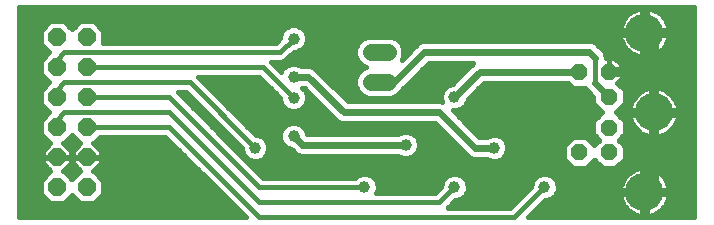
<source format=gbl>
G75*
%MOIN*%
%OFA0B0*%
%FSLAX24Y24*%
%IPPOS*%
%LPD*%
%AMOC8*
5,1,8,0,0,1.08239X$1,22.5*
%
%ADD10OC8,0.0554*%
%ADD11C,0.1266*%
%ADD12OC8,0.0600*%
%ADD13C,0.0560*%
%ADD14C,0.0396*%
%ADD15C,0.0240*%
%ADD16C,0.0160*%
%ADD17C,0.0320*%
D10*
X021919Y002761D03*
X022904Y002761D03*
X022904Y003588D03*
X022904Y004612D03*
X022904Y005439D03*
X021919Y005439D03*
D11*
X024085Y006757D03*
X024400Y004100D03*
X024085Y001443D03*
D12*
X005500Y001600D03*
X004500Y001600D03*
X004500Y002600D03*
X005500Y002600D03*
X005500Y003600D03*
X004500Y003600D03*
X004500Y004600D03*
X005500Y004600D03*
X005500Y005600D03*
X004500Y005600D03*
X004500Y006600D03*
X005500Y006600D03*
D13*
X014970Y006100D02*
X015530Y006100D01*
X015530Y005100D02*
X014970Y005100D01*
D14*
X012388Y005277D03*
X012388Y004588D03*
X012388Y003309D03*
X011108Y002915D03*
X014750Y001600D03*
X017750Y001600D03*
X020750Y001600D03*
X019081Y002915D03*
X016128Y003013D03*
X017750Y004600D03*
X012388Y006557D03*
D15*
X012388Y005277D02*
X012880Y005277D01*
X014057Y004100D01*
X017250Y004100D01*
X018435Y002915D01*
X019081Y002915D01*
X016128Y003013D02*
X012683Y003013D01*
X012388Y003309D01*
X017750Y004600D02*
X018589Y005439D01*
X021919Y005439D01*
X022427Y005080D02*
X022896Y004612D01*
X022904Y004612D01*
X022427Y005923D02*
X022250Y006100D01*
X016750Y006100D01*
X015750Y005100D01*
X015250Y005100D01*
D16*
X003250Y007600D02*
X003250Y000600D01*
X010797Y000600D01*
X008117Y003280D01*
X005944Y003280D01*
X005724Y003060D01*
X005719Y003060D01*
X005980Y002799D01*
X005980Y002620D01*
X005520Y002620D01*
X005520Y002580D01*
X005980Y002580D01*
X005980Y002401D01*
X005719Y002140D01*
X005724Y002140D01*
X006040Y001824D01*
X006040Y001376D01*
X005724Y001060D01*
X005276Y001060D01*
X005000Y001336D01*
X004724Y001060D01*
X004276Y001060D01*
X003960Y001376D01*
X003960Y001824D01*
X004276Y002140D01*
X004281Y002140D01*
X004020Y002401D01*
X004020Y002580D01*
X004480Y002580D01*
X004480Y002620D01*
X004020Y002620D01*
X004020Y002799D01*
X004281Y003060D01*
X004276Y003060D01*
X003960Y003376D01*
X003960Y003824D01*
X004236Y004100D01*
X003960Y004376D01*
X003960Y004824D01*
X004236Y005100D01*
X003960Y005376D01*
X003960Y005824D01*
X004236Y006100D01*
X003960Y006376D01*
X003960Y006824D01*
X004276Y007140D01*
X004724Y007140D01*
X005000Y006864D01*
X005276Y007140D01*
X005724Y007140D01*
X006040Y006824D01*
X006040Y006420D01*
X011799Y006420D01*
X011950Y006571D01*
X011950Y006644D01*
X012016Y006805D01*
X012140Y006928D01*
X012301Y006995D01*
X012475Y006995D01*
X012636Y006928D01*
X012759Y006805D01*
X012826Y006644D01*
X012826Y006470D01*
X012759Y006309D01*
X012636Y006185D01*
X012475Y006119D01*
X012402Y006119D01*
X012112Y005829D01*
X011995Y005780D01*
X011649Y005780D01*
X011983Y005445D01*
X012016Y005525D01*
X011904Y005525D01*
X012016Y005525D02*
X012140Y005649D01*
X012301Y005715D01*
X012475Y005715D01*
X012636Y005649D01*
X012647Y005637D01*
X012952Y005637D01*
X013084Y005582D01*
X013185Y005481D01*
X014206Y004460D01*
X017322Y004460D01*
X017336Y004454D01*
X017312Y004513D01*
X017312Y004687D01*
X017379Y004848D01*
X017502Y004971D01*
X017663Y005038D01*
X017679Y005038D01*
X018381Y005740D01*
X016899Y005740D01*
X016055Y004896D01*
X015975Y004816D01*
X015971Y004805D01*
X015825Y004659D01*
X015633Y004580D01*
X014867Y004580D01*
X014675Y004659D01*
X014529Y004805D01*
X014450Y004997D01*
X014450Y005203D01*
X014529Y005395D01*
X014675Y005541D01*
X014818Y005600D01*
X014675Y005659D01*
X014529Y005805D01*
X014450Y005997D01*
X014450Y006203D01*
X014529Y006395D01*
X014675Y006541D01*
X014867Y006620D01*
X015633Y006620D01*
X015825Y006541D01*
X015971Y006395D01*
X016050Y006203D01*
X016050Y005997D01*
X015988Y005847D01*
X016546Y006405D01*
X016678Y006460D01*
X022322Y006460D01*
X022454Y006405D01*
X022555Y006304D01*
X022732Y006127D01*
X022787Y005994D01*
X022787Y005896D01*
X022895Y005896D01*
X022895Y005447D01*
X022912Y005447D01*
X023361Y005447D01*
X023361Y005628D01*
X023093Y005896D01*
X022912Y005896D01*
X022912Y005447D01*
X022912Y005430D01*
X023361Y005430D01*
X023361Y005249D01*
X023179Y005068D01*
X023421Y004826D01*
X023421Y004398D01*
X023123Y004100D01*
X023421Y003802D01*
X023421Y003374D01*
X023222Y003175D01*
X023421Y002976D01*
X023421Y002547D01*
X023118Y002244D01*
X022689Y002244D01*
X022411Y002522D01*
X022134Y002244D01*
X021705Y002244D01*
X021402Y002547D01*
X021402Y002976D01*
X021705Y003279D01*
X022134Y003279D01*
X022411Y003001D01*
X022586Y003175D01*
X022386Y003374D01*
X022386Y003802D01*
X022684Y004100D01*
X022386Y004398D01*
X022386Y004612D01*
X022122Y004876D01*
X022103Y004921D01*
X021705Y004921D01*
X021548Y005079D01*
X018738Y005079D01*
X018188Y004529D01*
X018188Y004513D01*
X018121Y004352D01*
X017998Y004229D01*
X017837Y004162D01*
X017697Y004162D01*
X018584Y003275D01*
X018821Y003275D01*
X018833Y003286D01*
X018994Y003353D01*
X019168Y003353D01*
X019329Y003286D01*
X019452Y003163D01*
X019519Y003002D01*
X019519Y002828D01*
X019452Y002667D01*
X019329Y002544D01*
X019168Y002477D01*
X018994Y002477D01*
X018833Y002544D01*
X018821Y002555D01*
X018363Y002555D01*
X018231Y002610D01*
X017101Y003740D01*
X013985Y003740D01*
X013853Y003795D01*
X012731Y004917D01*
X012678Y004917D01*
X012759Y004836D01*
X012826Y004675D01*
X012826Y004501D01*
X012759Y004340D01*
X012636Y004217D01*
X012475Y004150D01*
X012301Y004150D01*
X012140Y004217D01*
X012016Y004340D01*
X011950Y004501D01*
X011950Y004574D01*
X011243Y005280D01*
X009196Y005280D01*
X011123Y003353D01*
X011195Y003353D01*
X011356Y003286D01*
X011480Y003163D01*
X011546Y003002D01*
X011546Y002828D01*
X011480Y002667D01*
X011356Y002544D01*
X011195Y002477D01*
X011021Y002477D01*
X010860Y002544D01*
X010737Y002667D01*
X010670Y002828D01*
X010670Y002901D01*
X008791Y004780D01*
X008523Y004780D01*
X011383Y001920D01*
X014450Y001920D01*
X014502Y001971D01*
X014663Y002038D01*
X014837Y002038D01*
X014998Y001971D01*
X015121Y001848D01*
X015188Y001687D01*
X015188Y001513D01*
X015150Y001420D01*
X017117Y001420D01*
X017312Y001614D01*
X017312Y001687D01*
X017379Y001848D01*
X017502Y001971D01*
X017663Y002038D01*
X017837Y002038D01*
X017998Y001971D01*
X018121Y001848D01*
X018188Y001687D01*
X018188Y001513D01*
X018121Y001352D01*
X017998Y001229D01*
X017837Y001162D01*
X017764Y001162D01*
X017523Y000920D01*
X019617Y000920D01*
X020312Y001614D01*
X020312Y001687D01*
X020379Y001848D01*
X020502Y001971D01*
X020663Y002038D01*
X020837Y002038D01*
X020998Y001971D01*
X021121Y001848D01*
X021188Y001687D01*
X021188Y001513D01*
X021121Y001352D01*
X020998Y001229D01*
X020837Y001162D01*
X020764Y001162D01*
X020203Y000600D01*
X025750Y000600D01*
X025750Y007600D01*
X003250Y007600D01*
X003250Y007586D02*
X025750Y007586D01*
X025750Y007427D02*
X024548Y007427D01*
X024537Y007435D02*
X024445Y007488D01*
X024347Y007529D01*
X024244Y007557D01*
X024165Y007567D01*
X024165Y006837D01*
X024894Y006837D01*
X024884Y006916D01*
X024856Y007019D01*
X024815Y007118D01*
X024762Y007210D01*
X024697Y007295D01*
X024622Y007370D01*
X024537Y007435D01*
X024165Y007427D02*
X024005Y007427D01*
X024005Y007567D02*
X023926Y007557D01*
X023823Y007529D01*
X023724Y007488D01*
X023632Y007435D01*
X023547Y007370D01*
X023472Y007295D01*
X023407Y007210D01*
X023354Y007118D01*
X023313Y007019D01*
X023285Y006916D01*
X023275Y006837D01*
X024005Y006837D01*
X024005Y006677D01*
X024165Y006677D01*
X024165Y006837D01*
X024005Y006837D01*
X024005Y007567D01*
X023622Y007427D02*
X003250Y007427D01*
X003250Y007269D02*
X023452Y007269D01*
X023351Y007110D02*
X005754Y007110D01*
X005912Y006952D02*
X012196Y006952D01*
X012011Y006793D02*
X006040Y006793D01*
X006040Y006635D02*
X011950Y006635D01*
X011855Y006476D02*
X006040Y006476D01*
X004750Y006100D02*
X011931Y006100D01*
X012388Y006557D01*
X012826Y006635D02*
X023281Y006635D01*
X023285Y006599D02*
X023275Y006677D01*
X024005Y006677D01*
X024005Y005948D01*
X023926Y005958D01*
X023823Y005986D01*
X023724Y006027D01*
X023632Y006080D01*
X023547Y006145D01*
X023472Y006220D01*
X023407Y006305D01*
X023354Y006397D01*
X023313Y006496D01*
X023285Y006599D01*
X023321Y006476D02*
X015889Y006476D01*
X016003Y006318D02*
X016458Y006318D01*
X016300Y006159D02*
X016050Y006159D01*
X016050Y006001D02*
X016141Y006001D01*
X016843Y005684D02*
X018324Y005684D01*
X018166Y005525D02*
X016684Y005525D01*
X016526Y005367D02*
X018007Y005367D01*
X017849Y005208D02*
X016367Y005208D01*
X016209Y005050D02*
X017690Y005050D01*
X017421Y004891D02*
X016050Y004891D01*
X015898Y004733D02*
X017331Y004733D01*
X017312Y004574D02*
X014092Y004574D01*
X013934Y004733D02*
X014602Y004733D01*
X014494Y004891D02*
X013775Y004891D01*
X013617Y005050D02*
X014450Y005050D01*
X014452Y005208D02*
X013458Y005208D01*
X013300Y005367D02*
X014518Y005367D01*
X014660Y005525D02*
X013141Y005525D01*
X012552Y005684D02*
X014651Y005684D01*
X014514Y005842D02*
X012126Y005842D01*
X012224Y005684D02*
X011745Y005684D01*
X011376Y005600D02*
X012388Y004588D01*
X012826Y004574D02*
X013074Y004574D01*
X013232Y004416D02*
X012790Y004416D01*
X012676Y004257D02*
X013391Y004257D01*
X013549Y004099D02*
X010377Y004099D01*
X010219Y004257D02*
X012099Y004257D01*
X011985Y004416D02*
X010060Y004416D01*
X009902Y004574D02*
X011949Y004574D01*
X011791Y004733D02*
X009743Y004733D01*
X009585Y004891D02*
X011632Y004891D01*
X011474Y005050D02*
X009426Y005050D01*
X009268Y005208D02*
X011315Y005208D01*
X011376Y005600D02*
X005500Y005600D01*
X004750Y006100D02*
X004500Y005850D01*
X004500Y005600D01*
X003960Y005525D02*
X003250Y005525D01*
X003250Y005367D02*
X003970Y005367D01*
X004128Y005208D02*
X003250Y005208D01*
X003250Y005050D02*
X004186Y005050D01*
X004027Y004891D02*
X003250Y004891D01*
X003250Y004733D02*
X003960Y004733D01*
X003960Y004574D02*
X003250Y004574D01*
X003250Y004416D02*
X003960Y004416D01*
X004079Y004257D02*
X003250Y004257D01*
X003250Y004099D02*
X004235Y004099D01*
X004076Y003940D02*
X003250Y003940D01*
X003250Y003782D02*
X003960Y003782D01*
X003960Y003623D02*
X003250Y003623D01*
X003250Y003465D02*
X003960Y003465D01*
X004030Y003306D02*
X003250Y003306D01*
X003250Y003148D02*
X004189Y003148D01*
X004210Y002989D02*
X003250Y002989D01*
X003250Y002831D02*
X004052Y002831D01*
X004020Y002672D02*
X003250Y002672D01*
X003250Y002514D02*
X004020Y002514D01*
X004520Y002580D02*
X004520Y002620D01*
X004980Y002620D01*
X004980Y002799D01*
X004719Y003060D01*
X004724Y003060D01*
X005000Y003336D01*
X005276Y003060D01*
X005281Y003060D01*
X005020Y002799D01*
X005020Y002620D01*
X005480Y002620D01*
X005480Y002580D01*
X005020Y002580D01*
X005020Y002401D01*
X005281Y002140D01*
X005276Y002140D01*
X005000Y001864D01*
X004724Y002140D01*
X004719Y002140D01*
X004980Y002401D01*
X004980Y002580D01*
X004520Y002580D01*
X004980Y002514D02*
X005020Y002514D01*
X005020Y002672D02*
X004980Y002672D01*
X004948Y002831D02*
X005052Y002831D01*
X005210Y002989D02*
X004790Y002989D01*
X004811Y003148D02*
X005189Y003148D01*
X005030Y003306D02*
X004970Y003306D01*
X005811Y003148D02*
X008250Y003148D01*
X008408Y002989D02*
X005790Y002989D01*
X005948Y002831D02*
X008567Y002831D01*
X008725Y002672D02*
X005980Y002672D01*
X005980Y002514D02*
X008884Y002514D01*
X009042Y002355D02*
X005934Y002355D01*
X005775Y002197D02*
X009201Y002197D01*
X009359Y002038D02*
X005826Y002038D01*
X005984Y001880D02*
X009518Y001880D01*
X009676Y001721D02*
X006040Y001721D01*
X006040Y001563D02*
X009835Y001563D01*
X009993Y001404D02*
X006040Y001404D01*
X005909Y001246D02*
X010152Y001246D01*
X010310Y001087D02*
X005751Y001087D01*
X005249Y001087D02*
X004751Y001087D01*
X004909Y001246D02*
X005091Y001246D01*
X004249Y001087D02*
X003250Y001087D01*
X003250Y000929D02*
X010469Y000929D01*
X010627Y000770D02*
X003250Y000770D01*
X003250Y000612D02*
X010786Y000612D01*
X011250Y000600D02*
X019750Y000600D01*
X020750Y001600D01*
X021143Y001404D02*
X024005Y001404D01*
X024005Y001363D02*
X023275Y001363D01*
X023285Y001284D01*
X023313Y001181D01*
X023354Y001082D01*
X023407Y000990D01*
X023472Y000905D01*
X023547Y000830D01*
X023632Y000765D01*
X023724Y000712D01*
X023823Y000671D01*
X023926Y000643D01*
X024005Y000633D01*
X024005Y001363D01*
X024005Y001523D01*
X024005Y002252D01*
X023926Y002242D01*
X023823Y002214D01*
X023724Y002173D01*
X023632Y002120D01*
X023547Y002055D01*
X023472Y001980D01*
X023407Y001895D01*
X023354Y001803D01*
X023313Y001704D01*
X023285Y001601D01*
X023275Y001523D01*
X024005Y001523D01*
X024165Y001523D01*
X024165Y002252D01*
X024244Y002242D01*
X024347Y002214D01*
X024445Y002173D01*
X024537Y002120D01*
X024622Y002055D01*
X024697Y001980D01*
X024762Y001895D01*
X024815Y001803D01*
X024856Y001704D01*
X024884Y001601D01*
X024894Y001523D01*
X024165Y001523D01*
X024165Y001363D01*
X024894Y001363D01*
X024884Y001284D01*
X024856Y001181D01*
X024815Y001082D01*
X024762Y000990D01*
X024697Y000905D01*
X024622Y000830D01*
X024537Y000765D01*
X024445Y000712D01*
X024347Y000671D01*
X024244Y000643D01*
X024165Y000633D01*
X024165Y001363D01*
X024005Y001363D01*
X024005Y001246D02*
X024165Y001246D01*
X024165Y001404D02*
X025750Y001404D01*
X025750Y001246D02*
X024874Y001246D01*
X024817Y001087D02*
X025750Y001087D01*
X025750Y000929D02*
X024715Y000929D01*
X024544Y000770D02*
X025750Y000770D01*
X025750Y000612D02*
X020214Y000612D01*
X020373Y000770D02*
X023625Y000770D01*
X024005Y000770D02*
X024165Y000770D01*
X024165Y000929D02*
X024005Y000929D01*
X024005Y001087D02*
X024165Y001087D01*
X023454Y000929D02*
X020531Y000929D01*
X020690Y001087D02*
X023352Y001087D01*
X023296Y001246D02*
X021015Y001246D01*
X020101Y001404D02*
X018143Y001404D01*
X018188Y001563D02*
X020260Y001563D01*
X020326Y001721D02*
X018174Y001721D01*
X018090Y001880D02*
X020410Y001880D01*
X020663Y002038D02*
X017837Y002038D01*
X017663Y002038D02*
X014837Y002038D01*
X014663Y002038D02*
X011265Y002038D01*
X011106Y002197D02*
X023780Y002197D01*
X024005Y002197D02*
X024165Y002197D01*
X024389Y002197D02*
X025750Y002197D01*
X025750Y002355D02*
X023229Y002355D01*
X023387Y002514D02*
X025750Y002514D01*
X025750Y002672D02*
X023421Y002672D01*
X023421Y002831D02*
X025750Y002831D01*
X025750Y002989D02*
X023407Y002989D01*
X023249Y003148D02*
X025750Y003148D01*
X025750Y003306D02*
X024578Y003306D01*
X024559Y003301D02*
X024662Y003328D01*
X024760Y003369D01*
X024852Y003423D01*
X024937Y003487D01*
X025012Y003563D01*
X025077Y003647D01*
X025130Y003740D01*
X025171Y003838D01*
X025199Y003941D01*
X025209Y004020D01*
X024480Y004020D01*
X024480Y004180D01*
X025209Y004180D01*
X025199Y004259D01*
X025171Y004362D01*
X025130Y004460D01*
X025077Y004553D01*
X025012Y004637D01*
X024937Y004713D01*
X024852Y004777D01*
X024760Y004831D01*
X024662Y004872D01*
X024559Y004899D01*
X024480Y004910D01*
X024480Y004180D01*
X024320Y004180D01*
X024320Y004910D01*
X024241Y004899D01*
X024138Y004872D01*
X024039Y004831D01*
X023947Y004777D01*
X023862Y004713D01*
X023787Y004637D01*
X023722Y004553D01*
X023669Y004460D01*
X023628Y004362D01*
X023600Y004259D01*
X023590Y004180D01*
X024320Y004180D01*
X024320Y004020D01*
X024480Y004020D01*
X024480Y003290D01*
X024559Y003301D01*
X024480Y003306D02*
X024320Y003306D01*
X024320Y003290D02*
X024320Y004020D01*
X023590Y004020D01*
X023600Y003941D01*
X023628Y003838D01*
X023669Y003740D01*
X023722Y003647D01*
X023787Y003563D01*
X023862Y003487D01*
X023947Y003423D01*
X024039Y003369D01*
X024138Y003328D01*
X024241Y003301D01*
X024320Y003290D01*
X024221Y003306D02*
X023353Y003306D01*
X023421Y003465D02*
X023892Y003465D01*
X024320Y003465D02*
X024480Y003465D01*
X024480Y003623D02*
X024320Y003623D01*
X024320Y003782D02*
X024480Y003782D01*
X024480Y003940D02*
X024320Y003940D01*
X024320Y004099D02*
X023125Y004099D01*
X023280Y004257D02*
X023600Y004257D01*
X023650Y004416D02*
X023421Y004416D01*
X023421Y004574D02*
X023738Y004574D01*
X023888Y004733D02*
X023421Y004733D01*
X023356Y004891D02*
X024210Y004891D01*
X024320Y004891D02*
X024480Y004891D01*
X024589Y004891D02*
X025750Y004891D01*
X025750Y004733D02*
X024911Y004733D01*
X025061Y004574D02*
X025750Y004574D01*
X025750Y004416D02*
X025149Y004416D01*
X025199Y004257D02*
X025750Y004257D01*
X025750Y004099D02*
X024480Y004099D01*
X024480Y004257D02*
X024320Y004257D01*
X024320Y004416D02*
X024480Y004416D01*
X024480Y004574D02*
X024320Y004574D01*
X024320Y004733D02*
X024480Y004733D01*
X025750Y005050D02*
X023197Y005050D01*
X023319Y005208D02*
X025750Y005208D01*
X025750Y005367D02*
X023361Y005367D01*
X023361Y005525D02*
X025750Y005525D01*
X025750Y005684D02*
X023305Y005684D01*
X023147Y005842D02*
X025750Y005842D01*
X025750Y006001D02*
X024382Y006001D01*
X024347Y005986D02*
X024445Y006027D01*
X024537Y006080D01*
X024622Y006145D01*
X024697Y006220D01*
X024762Y006305D01*
X024815Y006397D01*
X024856Y006496D01*
X024884Y006599D01*
X024894Y006677D01*
X024165Y006677D01*
X024165Y005948D01*
X024244Y005958D01*
X024347Y005986D01*
X024165Y006001D02*
X024005Y006001D01*
X023787Y006001D02*
X022785Y006001D01*
X022700Y006159D02*
X023533Y006159D01*
X023400Y006318D02*
X022542Y006318D01*
X022427Y005923D02*
X022427Y005080D01*
X022116Y004891D02*
X018550Y004891D01*
X018392Y004733D02*
X022266Y004733D01*
X022386Y004574D02*
X018233Y004574D01*
X018148Y004416D02*
X022386Y004416D01*
X022527Y004257D02*
X018027Y004257D01*
X017761Y004099D02*
X022682Y004099D01*
X022524Y003940D02*
X017919Y003940D01*
X018078Y003782D02*
X022386Y003782D01*
X022386Y003623D02*
X018236Y003623D01*
X018395Y003465D02*
X022386Y003465D01*
X022454Y003306D02*
X019281Y003306D01*
X019459Y003148D02*
X021574Y003148D01*
X021416Y002989D02*
X019519Y002989D01*
X019519Y002831D02*
X021402Y002831D01*
X021402Y002672D02*
X019454Y002672D01*
X019256Y002514D02*
X021436Y002514D01*
X021594Y002355D02*
X010948Y002355D01*
X010933Y002514D02*
X010789Y002514D01*
X010735Y002672D02*
X010631Y002672D01*
X010670Y002831D02*
X010472Y002831D01*
X010582Y002989D02*
X010314Y002989D01*
X010423Y003148D02*
X010155Y003148D01*
X010265Y003306D02*
X009997Y003306D01*
X010106Y003465D02*
X009838Y003465D01*
X009948Y003623D02*
X009680Y003623D01*
X009789Y003782D02*
X009521Y003782D01*
X009631Y003940D02*
X009363Y003940D01*
X009472Y004099D02*
X009204Y004099D01*
X009314Y004257D02*
X009046Y004257D01*
X009155Y004416D02*
X008887Y004416D01*
X008997Y004574D02*
X008729Y004574D01*
X008838Y004733D02*
X008570Y004733D01*
X008250Y004600D02*
X011250Y001600D01*
X014750Y001600D01*
X015188Y001563D02*
X017260Y001563D01*
X017326Y001721D02*
X015174Y001721D01*
X015090Y001880D02*
X017410Y001880D01*
X017750Y001600D02*
X017250Y001100D01*
X011250Y001100D01*
X008250Y004100D01*
X004750Y004100D01*
X004500Y003850D01*
X004500Y003600D01*
X005500Y003600D02*
X008250Y003600D01*
X011250Y000600D01*
X005225Y002197D02*
X004775Y002197D01*
X004826Y002038D02*
X005174Y002038D01*
X005016Y001880D02*
X004984Y001880D01*
X004174Y002038D02*
X003250Y002038D01*
X003250Y001880D02*
X004016Y001880D01*
X003960Y001721D02*
X003250Y001721D01*
X003250Y001563D02*
X003960Y001563D01*
X003960Y001404D02*
X003250Y001404D01*
X003250Y001246D02*
X004091Y001246D01*
X004225Y002197D02*
X003250Y002197D01*
X003250Y002355D02*
X004066Y002355D01*
X004934Y002355D02*
X005066Y002355D01*
X010536Y003940D02*
X013708Y003940D01*
X013885Y003782D02*
X010694Y003782D01*
X010853Y003623D02*
X012083Y003623D01*
X012140Y003680D02*
X012016Y003557D01*
X011950Y003396D01*
X011950Y003222D01*
X012016Y003060D01*
X012140Y002937D01*
X012301Y002871D01*
X012317Y002871D01*
X012378Y002809D01*
X012479Y002708D01*
X012611Y002653D01*
X015868Y002653D01*
X015880Y002642D01*
X016041Y002575D01*
X016215Y002575D01*
X016376Y002642D01*
X016499Y002765D01*
X016566Y002926D01*
X016566Y003101D01*
X016499Y003262D01*
X016376Y003385D01*
X016215Y003451D01*
X016041Y003451D01*
X015880Y003385D01*
X015868Y003373D01*
X012832Y003373D01*
X012826Y003380D01*
X012826Y003396D01*
X012759Y003557D01*
X012636Y003680D01*
X012475Y003747D01*
X012301Y003747D01*
X012140Y003680D01*
X012693Y003623D02*
X017218Y003623D01*
X017376Y003465D02*
X012797Y003465D01*
X011978Y003465D02*
X011011Y003465D01*
X011309Y003306D02*
X011950Y003306D01*
X011980Y003148D02*
X011486Y003148D01*
X011546Y002989D02*
X012088Y002989D01*
X012357Y002831D02*
X011546Y002831D01*
X011482Y002672D02*
X012567Y002672D01*
X012378Y002809D02*
X012378Y002809D01*
X011284Y002514D02*
X018905Y002514D01*
X018169Y002672D02*
X016406Y002672D01*
X016526Y002831D02*
X018010Y002831D01*
X017852Y002989D02*
X016566Y002989D01*
X016547Y003148D02*
X017693Y003148D01*
X017535Y003306D02*
X016455Y003306D01*
X018553Y003306D02*
X018880Y003306D01*
X022265Y003148D02*
X022558Y003148D01*
X023421Y003623D02*
X023741Y003623D01*
X023651Y003782D02*
X023421Y003782D01*
X023283Y003940D02*
X023601Y003940D01*
X025058Y003623D02*
X025750Y003623D01*
X025750Y003465D02*
X024907Y003465D01*
X025148Y003782D02*
X025750Y003782D01*
X025750Y003940D02*
X025198Y003940D01*
X021577Y005050D02*
X018709Y005050D01*
X014450Y006001D02*
X012284Y006001D01*
X012573Y006159D02*
X014450Y006159D01*
X014497Y006318D02*
X012763Y006318D01*
X012826Y006476D02*
X014611Y006476D01*
X012764Y006793D02*
X024005Y006793D01*
X024165Y006793D02*
X025750Y006793D01*
X025750Y006635D02*
X024889Y006635D01*
X024848Y006476D02*
X025750Y006476D01*
X025750Y006318D02*
X024769Y006318D01*
X024636Y006159D02*
X025750Y006159D01*
X024165Y006159D02*
X024005Y006159D01*
X024005Y006318D02*
X024165Y006318D01*
X024165Y006476D02*
X024005Y006476D01*
X024005Y006635D02*
X024165Y006635D01*
X024165Y006952D02*
X024005Y006952D01*
X024005Y007110D02*
X024165Y007110D01*
X024165Y007269D02*
X024005Y007269D01*
X024717Y007269D02*
X025750Y007269D01*
X025750Y007110D02*
X024819Y007110D01*
X024874Y006952D02*
X025750Y006952D01*
X023295Y006952D02*
X012579Y006952D01*
X008923Y005100D02*
X011108Y002915D01*
X008250Y004600D02*
X005500Y004600D01*
X004750Y005100D02*
X004500Y004850D01*
X004500Y004600D01*
X004750Y005100D02*
X008923Y005100D01*
X012705Y004891D02*
X012757Y004891D01*
X012802Y004733D02*
X012915Y004733D01*
X005088Y006952D02*
X004912Y006952D01*
X004754Y007110D02*
X005246Y007110D01*
X004246Y007110D02*
X003250Y007110D01*
X003250Y006952D02*
X004088Y006952D01*
X003960Y006793D02*
X003250Y006793D01*
X003250Y006635D02*
X003960Y006635D01*
X003960Y006476D02*
X003250Y006476D01*
X003250Y006318D02*
X004019Y006318D01*
X004177Y006159D02*
X003250Y006159D01*
X003250Y006001D02*
X004137Y006001D01*
X003978Y005842D02*
X003250Y005842D01*
X003250Y005684D02*
X003960Y005684D01*
X018015Y001246D02*
X019943Y001246D01*
X019784Y001087D02*
X017690Y001087D01*
X017531Y000929D02*
X019626Y000929D01*
X021188Y001563D02*
X023280Y001563D01*
X023320Y001721D02*
X021174Y001721D01*
X021090Y001880D02*
X023398Y001880D01*
X023530Y002038D02*
X020837Y002038D01*
X022244Y002355D02*
X022579Y002355D01*
X022420Y002514D02*
X022403Y002514D01*
X024005Y002038D02*
X024165Y002038D01*
X024165Y001880D02*
X024005Y001880D01*
X024005Y001721D02*
X024165Y001721D01*
X024165Y001563D02*
X024005Y001563D01*
X024849Y001721D02*
X025750Y001721D01*
X025750Y001563D02*
X024889Y001563D01*
X024771Y001880D02*
X025750Y001880D01*
X025750Y002038D02*
X024639Y002038D01*
X022912Y005525D02*
X022895Y005525D01*
X022895Y005684D02*
X022912Y005684D01*
X022895Y005842D02*
X022912Y005842D01*
D17*
X022904Y005439D02*
X024061Y005439D01*
X024400Y005100D01*
X024400Y006443D01*
X024085Y006757D01*
X024400Y005100D02*
X024400Y004100D01*
X024400Y001757D01*
X024085Y001443D01*
M02*

</source>
